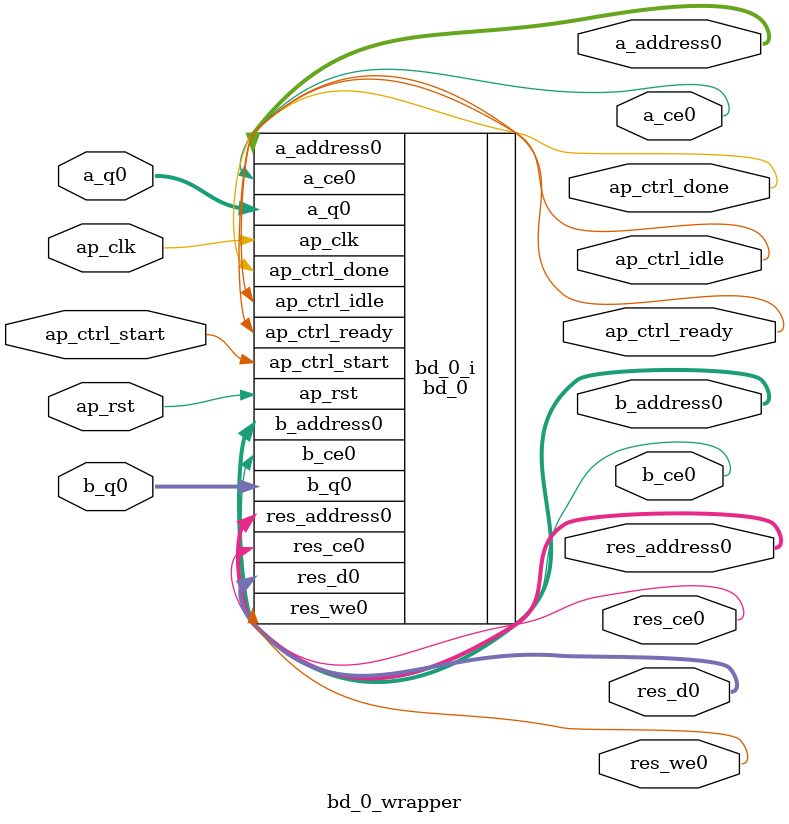
<source format=v>
`timescale 1 ps / 1 ps

module bd_0_wrapper
   (a_address0,
    a_ce0,
    a_q0,
    ap_clk,
    ap_ctrl_done,
    ap_ctrl_idle,
    ap_ctrl_ready,
    ap_ctrl_start,
    ap_rst,
    b_address0,
    b_ce0,
    b_q0,
    res_address0,
    res_ce0,
    res_d0,
    res_we0);
  output [3:0]a_address0;
  output a_ce0;
  input [7:0]a_q0;
  input ap_clk;
  output ap_ctrl_done;
  output ap_ctrl_idle;
  output ap_ctrl_ready;
  input ap_ctrl_start;
  input ap_rst;
  output [3:0]b_address0;
  output b_ce0;
  input [7:0]b_q0;
  output [3:0]res_address0;
  output res_ce0;
  output [15:0]res_d0;
  output res_we0;

  wire [3:0]a_address0;
  wire a_ce0;
  wire [7:0]a_q0;
  wire ap_clk;
  wire ap_ctrl_done;
  wire ap_ctrl_idle;
  wire ap_ctrl_ready;
  wire ap_ctrl_start;
  wire ap_rst;
  wire [3:0]b_address0;
  wire b_ce0;
  wire [7:0]b_q0;
  wire [3:0]res_address0;
  wire res_ce0;
  wire [15:0]res_d0;
  wire res_we0;

  bd_0 bd_0_i
       (.a_address0(a_address0),
        .a_ce0(a_ce0),
        .a_q0(a_q0),
        .ap_clk(ap_clk),
        .ap_ctrl_done(ap_ctrl_done),
        .ap_ctrl_idle(ap_ctrl_idle),
        .ap_ctrl_ready(ap_ctrl_ready),
        .ap_ctrl_start(ap_ctrl_start),
        .ap_rst(ap_rst),
        .b_address0(b_address0),
        .b_ce0(b_ce0),
        .b_q0(b_q0),
        .res_address0(res_address0),
        .res_ce0(res_ce0),
        .res_d0(res_d0),
        .res_we0(res_we0));
endmodule

</source>
